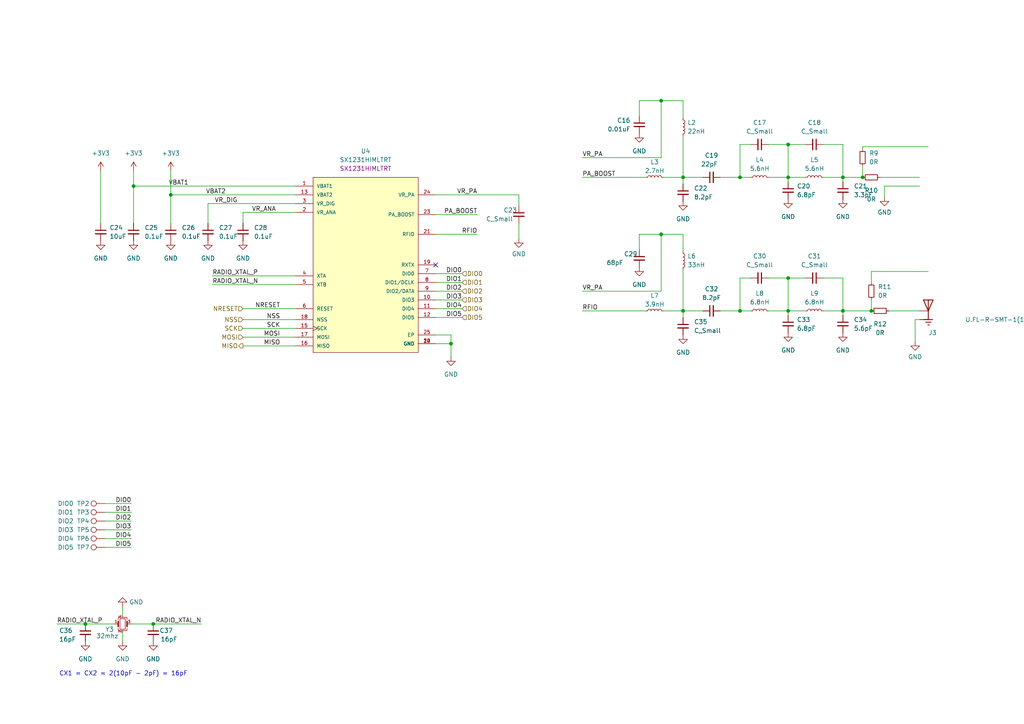
<source format=kicad_sch>
(kicad_sch (version 20211123) (generator eeschema)
  (paper "A4")
  (title_block (title "CAN RGB Controller") (date "2022-05-30") (rev "B") (company "cone.codes") (comment 1 "https://github.com/miata-bot/can-link"))
  (lib_symbols
    (symbol "ConeCodes:SX1231HIMLTRT" (pin_names (offset 1.016))
      (property "Reference" "U?" (at 0 33.02 0))
      (property "Value" "SX1231HIMLTRT" (at 0 30.48 0))
      (property "MPN" "SX1231HIMLTRT" (at 0 27.94 0))
      (symbol "SX1231HIMLTRT_0_0"
        (rectangle (start -15.24 -25.4) (end 15.24 25.4) (stroke (width 0.1524)) (fill (type background)))
        (pin power_in line (at -20.32 22.86 0) (length 5.08) (name "VBAT1") (number "1"))
        (pin bidirectional line (at 20.32 -10.16 180) (length 5.08) (name "DIO3") (number "10"))
        (pin bidirectional line (at 20.32 -12.7 180) (length 5.08) (name "DIO4") (number "11"))
        (pin bidirectional line (at 20.32 -15.24 180) (length 5.08) (name "DIO5") (number "12"))
        (pin power_in line (at -20.32 20.32 0) (length 5.08) (name "VBAT2") (number "13"))
        (pin power_in line (at 20.32 -22.86 180) (length 5.08) (name "GND") (number "14"))
        (pin input clock (at -20.32 -18.415 0) (length 5.08) (name "SCK") (number "15"))
        (pin output line (at -20.32 -23.495 0) (length 5.08) (name "MISO") (number "16"))
        (pin input line (at -20.32 -20.955 0) (length 5.08) (name "MOSI") (number "17"))
        (pin input line (at -20.32 -15.875 0) (length 5.08) (name "NSS") (number "18"))
        (pin output line (at 20.32 0 180) (length 5.08) (name "RXTX") (number "19"))
        (pin power_in line (at -20.32 15.24 0) (length 5.08) (name "VR_ANA") (number "2"))
        (pin power_in line (at 20.32 -22.86 180) (length 5.08) (name "GND") (number "20"))
        (pin bidirectional line (at 20.32 8.89 180) (length 5.08) (name "RFIO") (number "21"))
        (pin power_in line (at 20.32 -22.86 180) (length 5.08) (name "GND") (number "22"))
        (pin output line (at 20.32 14.605 180) (length 5.08) (name "PA_BOOST") (number "23"))
        (pin power_in line (at 20.32 20.32 180) (length 5.08) (name "VR_PA") (number "24"))
        (pin power_in line (at 20.32 -20.32 180) (length 5.08) (name "EP") (number "25"))
        (pin power_in line (at -20.32 17.78 0) (length 5.08) (name "VR_DIG") (number "3"))
        (pin bidirectional line (at -20.32 -3.175 0) (length 5.08) (name "XTA") (number "4"))
        (pin bidirectional line (at -20.32 -5.715 0) (length 5.08) (name "XTB") (number "5"))
        (pin bidirectional line (at -20.32 -12.7 0) (length 5.08) (name "RESET") (number "6"))
        (pin bidirectional line (at 20.32 -2.54 180) (length 5.08) (name "DIO0") (number "7"))
        (pin bidirectional line (at 20.32 -5.08 180) (length 5.08) (name "DIO1/DCLK") (number "8"))
        (pin bidirectional line (at 20.32 -7.62 180) (length 5.08) (name "DIO2/DATA") (number "9"))
      )
    )
    (symbol "Connector:TestPoint" (pin_numbers hide) (pin_names (offset 0.762) hide)
      (property "Reference" "TP" (at 0 6.858 0))
      (property "Value" "TestPoint" (at 0 5.08 0))
      (symbol "TestPoint_0_1"
        (circle (center 0 3.302) (radius 0.762))
      )
      (symbol "TestPoint_1_1"
        (pin passive line (at 0 0 90) (length 2.54) (name "1") (number "1"))
      )
    )
    (symbol "Device:C_Small" (pin_numbers hide) (pin_names (offset 0.254) hide)
      (property "Reference" "C" (at 0.254 1.778 0))
      (property "Value" "C_Small" (at 0.254 -2.032 0))
      (symbol "C_Small_0_1"
        (polyline (pts (xy -1.524 -0.508) (xy 1.524 -0.508)) (stroke (width 0.3302)))
        (polyline (pts (xy -1.524 0.508) (xy 1.524 0.508)) (stroke (width 0.3048)))
      )
      (symbol "C_Small_1_1"
        (pin passive line (at 0 2.54 270) (length 2.032) (name "~") (number "1"))
        (pin passive line (at 0 -2.54 90) (length 2.032) (name "~") (number "2"))
      )
    )
    (symbol "Device:Crystal_GND24_Small" (pin_names (offset 1.016) hide)
      (property "Reference" "Y" (at 1.27 4.445 0))
      (property "Value" "Crystal_GND24_Small" (at 1.27 2.54 0))
      (symbol "Crystal_GND24_Small_0_1"
        (rectangle (start -0.762 -1.524) (end 0.762 1.524))
        (polyline (pts (xy -1.27 -0.762) (xy -1.27 0.762)) (stroke (width 0.381)))
        (polyline (pts (xy 1.27 -0.762) (xy 1.27 0.762)) (stroke (width 0.381)))
        (polyline (pts (xy -1.27 -1.27) (xy -1.27 -1.905) (xy 1.27 -1.905) (xy 1.27 -1.27)))
        (polyline (pts (xy -1.27 1.27) (xy -1.27 1.905) (xy 1.27 1.905) (xy 1.27 1.27)))
      )
      (symbol "Crystal_GND24_Small_1_1"
        (pin passive line (at -2.54 0 0) (length 1.27) (name "1") (number "1"))
        (pin passive line (at 0 -2.54 90) (length 0.635) (name "2") (number "2"))
        (pin passive line (at 2.54 0 180) (length 1.27) (name "3") (number "3"))
        (pin passive line (at 0 2.54 270) (length 0.635) (name "4") (number "4"))
      )
    )
    (symbol "Device:L_Small" (pin_numbers hide) (pin_names (offset 0.254) hide)
      (property "Reference" "L" (at 0.762 1.016 0))
      (property "Value" "L_Small" (at 0.762 -1.016 0))
      (symbol "L_Small_0_1"
        (arc (start 0 -2.032) (mid 0.508 -1.524) (end 0 -1.016))
        (arc (start 0 -1.016) (mid 0.508 -0.508) (end 0 0))
        (arc (start 0 0) (mid 0.508 0.508) (end 0 1.016))
        (arc (start 0 1.016) (mid 0.508 1.524) (end 0 2.032))
      )
      (symbol "L_Small_1_1"
        (pin passive line (at 0 2.54 270) (length 0.508) (name "~") (number "1"))
        (pin passive line (at 0 -2.54 90) (length 0.508) (name "~") (number "2"))
      )
    )
    (symbol "Device:R_Small" (pin_numbers hide) (pin_names (offset 0.254) hide)
      (property "Reference" "R" (at 0.762 0.508 0))
      (property "Value" "R_Small" (at 0.762 -1.016 0))
      (symbol "R_Small_0_1"
        (rectangle (start -0.762 1.778) (end 0.762 -1.778) (stroke (width 0.2032)))
      )
      (symbol "R_Small_1_1"
        (pin passive line (at 0 2.54 270) (length 0.762) (name "~") (number "1"))
        (pin passive line (at 0 -2.54 90) (length 0.762) (name "~") (number "2"))
      )
    )
    (symbol "U.FL-R-SMT-1_10_:U.FL-R-SMT-1(10)" (pin_numbers hide) (pin_names (offset 1.016) hide)
      (property "Reference" "J" (at -2.54 5.08 0))
      (property "Value" "U.FL-R-SMT-1(10)" (at -2.667 -7.6454 0))
      (symbol "U.FL-R-SMT-1(10)_0_0"
        (polyline (pts (xy -1.397 3.175) (xy 0 3.175)) (stroke (width 0.254)))
        (polyline (pts (xy -0.762 -3.302) (xy 0.762 -3.302)) (stroke (width 0.254)))
        (polyline (pts (xy -0.127 -4.064) (xy 0.254 -4.064)) (stroke (width 0.254)))
        (polyline (pts (xy 0 -2.54) (xy -1.27 -2.54)) (stroke (width 0.254)))
        (polyline (pts (xy 0 -2.54) (xy 1.27 -2.54)) (stroke (width 0.254)))
        (polyline (pts (xy 0 0) (xy -1.397 3.175)) (stroke (width 0.254)))
        (polyline (pts (xy 0 0) (xy 0 -2.54)) (stroke (width 0.254)))
        (polyline (pts (xy 0 3.175) (xy 0 0)) (stroke (width 0.254)))
        (polyline (pts (xy 0 3.175) (xy 1.397 3.175)) (stroke (width 0.254)))
        (polyline (pts (xy 1.397 3.175) (xy 0 0)) (stroke (width 0.254)))
        (pin passive line (at -2.54 -2.54 0) (length 2.54) (name "~") (number "1"))
        (pin passive line (at -2.54 0 0) (length 2.54) (name "~") (number "2"))
        (pin passive line (at -2.54 -2.54 0) (length 2.54) (name "~") (number "3"))
      )
    )
    (symbol "power:+3V3" (power) (pin_names (offset 0))
      (property "Value" "+3V3" (at 0 3.556 0))
      (symbol "+3V3_0_1"
        (polyline (pts (xy -0.762 1.27) (xy 0 2.54)))
        (polyline (pts (xy 0 0) (xy 0 2.54)))
        (polyline (pts (xy 0 2.54) (xy 0.762 1.27)))
      )
      (symbol "+3V3_1_1"
        (pin power_in line (at 0 0 90) (length 0) hide (name "+3V3") (number "1"))
      )
    )
    (symbol "power:GND" (power) (pin_names (offset 0))
      (property "Value" "GND" (at 0 -3.81 0))
      (symbol "GND_0_1"
        (polyline (pts (xy 0 0) (xy 0 -1.27) (xy 1.27 -1.27) (xy 0 -2.54) (xy -1.27 -1.27) (xy 0 -1.27)))
      )
      (symbol "GND_1_1"
        (pin power_in line (at 0 0 270) (length 0) hide (name "GND") (number "1"))
      )
    )
  )
  (junction (at 244.475 90.17))
  (junction (at 244.475 51.435))
  (junction (at 49.53 56.515))
  (junction (at 191.77 29.21))
  (junction (at 198.12 90.17))
  (junction (at 44.45 180.975))
  (junction (at 252.73 90.17))
  (junction (at 191.77 67.945))
  (junction (at 38.735 53.975))
  (junction (at 250.19 51.435))
  (junction (at 228.6 90.17))
  (junction (at 24.765 180.975))
  (junction (at 228.6 51.435))
  (junction (at 228.6 41.91))
  (junction (at 130.81 99.695))
  (junction (at 214.63 51.435))
  (junction (at 214.63 90.17))
  (junction (at 198.12 51.435))
  (junction (at 228.6 80.645))
  (no_connect (at 126.365 76.835))
  (wire (pts (xy 185.42 67.945) (xy 185.42 72.39)))
  (wire (pts (xy 252.73 81.915) (xy 252.73 78.74)))
  (wire (pts (xy 214.63 90.17) (xy 217.805 90.17)))
  (wire (pts (xy 30.48 146.05) (xy 38.1 146.05)))
  (wire (pts (xy 250.19 48.26) (xy 250.19 51.435)))
  (wire (pts (xy 61.595 82.55) (xy 85.725 82.55)))
  (wire (pts (xy 191.77 67.945) (xy 191.77 84.455)))
  (wire (pts (xy 35.56 183.515) (xy 35.56 186.055)))
  (wire (pts (xy 255.27 51.435) (xy 266.7 51.435)))
  (wire (pts (xy 130.81 99.695) (xy 130.81 97.155)))
  (wire (pts (xy 150.495 59.69) (xy 150.495 56.515)))
  (wire (pts (xy 49.53 49.53) (xy 49.53 56.515)))
  (wire (pts (xy 244.475 51.435) (xy 250.19 51.435)))
  (wire (pts (xy 126.365 67.945) (xy 138.43 67.945)))
  (wire (pts (xy 126.365 81.915) (xy 133.985 81.915)))
  (wire (pts (xy 244.475 80.645) (xy 244.475 90.17)))
  (wire (pts (xy 70.485 97.79) (xy 85.725 97.79)))
  (wire (pts (xy 238.76 51.435) (xy 244.475 51.435)))
  (wire (pts (xy 44.45 180.975) (xy 58.42 180.975)))
  (wire (pts (xy 244.475 90.17) (xy 252.73 90.17)))
  (wire (pts (xy 168.91 45.72) (xy 191.77 45.72)))
  (wire (pts (xy 222.885 41.91) (xy 228.6 41.91)))
  (wire (pts (xy 70.485 89.535) (xy 85.725 89.535)))
  (wire (pts (xy 265.43 92.71) (xy 266.7 92.71)))
  (wire (pts (xy 168.91 90.17) (xy 187.325 90.17)))
  (wire (pts (xy 214.63 41.91) (xy 214.63 51.435)))
  (wire (pts (xy 85.725 61.595) (xy 70.485 61.595)))
  (wire (pts (xy 256.54 53.975) (xy 256.54 57.15)))
  (wire (pts (xy 24.765 180.975) (xy 33.02 180.975)))
  (wire (pts (xy 238.76 41.91) (xy 244.475 41.91)))
  (wire (pts (xy 192.405 51.435) (xy 198.12 51.435)))
  (wire (pts (xy 208.915 90.17) (xy 214.63 90.17)))
  (wire (pts (xy 265.43 92.71) (xy 265.43 99.06)))
  (wire (pts (xy 250.19 42.545) (xy 250.19 43.18)))
  (wire (pts (xy 185.42 29.21) (xy 185.42 33.655)))
  (wire (pts (xy 228.6 41.91) (xy 228.6 51.435)))
  (wire (pts (xy 222.885 80.645) (xy 228.6 80.645)))
  (wire (pts (xy 198.12 90.17) (xy 198.12 92.075)))
  (wire (pts (xy 198.12 34.29) (xy 198.12 29.21)))
  (wire (pts (xy 238.76 90.17) (xy 244.475 90.17)))
  (wire (pts (xy 256.54 53.975) (xy 266.7 53.975)))
  (wire (pts (xy 228.6 51.435) (xy 233.68 51.435)))
  (wire (pts (xy 252.73 86.995) (xy 252.73 90.17)))
  (wire (pts (xy 228.6 41.91) (xy 233.68 41.91)))
  (wire (pts (xy 70.485 61.595) (xy 70.485 64.77)))
  (wire (pts (xy 269.24 42.545) (xy 250.19 42.545)))
  (wire (pts (xy 49.53 56.515) (xy 49.53 64.77)))
  (wire (pts (xy 228.6 90.17) (xy 233.68 90.17)))
  (wire (pts (xy 168.91 51.435) (xy 187.325 51.435)))
  (wire (pts (xy 222.885 90.17) (xy 228.6 90.17)))
  (wire (pts (xy 257.81 90.17) (xy 266.7 90.17)))
  (wire (pts (xy 85.725 59.055) (xy 60.325 59.055)))
  (wire (pts (xy 198.12 90.17) (xy 203.835 90.17)))
  (wire (pts (xy 35.56 175.895) (xy 35.56 178.435)))
  (wire (pts (xy 70.485 92.71) (xy 85.725 92.71)))
  (wire (pts (xy 217.805 80.645) (xy 214.63 80.645)))
  (wire (pts (xy 30.48 158.75) (xy 38.1 158.75)))
  (wire (pts (xy 198.12 51.435) (xy 198.12 53.34)))
  (wire (pts (xy 126.365 79.375) (xy 133.985 79.375)))
  (wire (pts (xy 198.12 51.435) (xy 203.835 51.435)))
  (wire (pts (xy 126.365 89.535) (xy 133.985 89.535)))
  (wire (pts (xy 126.365 99.695) (xy 130.81 99.695)))
  (wire (pts (xy 70.485 95.25) (xy 85.725 95.25)))
  (wire (pts (xy 198.12 39.37) (xy 198.12 51.435)))
  (wire (pts (xy 60.325 59.055) (xy 60.325 64.77)))
  (wire (pts (xy 30.48 153.67) (xy 38.1 153.67)))
  (wire (pts (xy 191.77 67.945) (xy 185.42 67.945)))
  (wire (pts (xy 244.475 90.17) (xy 244.475 91.44)))
  (wire (pts (xy 208.915 51.435) (xy 214.63 51.435)))
  (wire (pts (xy 222.885 51.435) (xy 228.6 51.435)))
  (wire (pts (xy 16.51 180.975) (xy 24.765 180.975)))
  (wire (pts (xy 252.73 78.74) (xy 269.24 78.74)))
  (wire (pts (xy 198.12 78.105) (xy 198.12 90.17)))
  (wire (pts (xy 192.405 90.17) (xy 198.12 90.17)))
  (wire (pts (xy 70.485 100.33) (xy 85.725 100.33)))
  (wire (pts (xy 214.63 51.435) (xy 217.805 51.435)))
  (wire (pts (xy 38.735 53.975) (xy 38.735 64.77)))
  (wire (pts (xy 130.81 97.155) (xy 126.365 97.155)))
  (wire (pts (xy 49.53 56.515) (xy 85.725 56.515)))
  (wire (pts (xy 38.735 49.53) (xy 38.735 53.975)))
  (wire (pts (xy 30.48 151.13) (xy 38.1 151.13)))
  (wire (pts (xy 198.12 29.21) (xy 191.77 29.21)))
  (wire (pts (xy 38.1 180.975) (xy 44.45 180.975)))
  (wire (pts (xy 150.495 64.77) (xy 150.495 69.215)))
  (wire (pts (xy 228.6 90.17) (xy 228.6 91.44)))
  (wire (pts (xy 126.365 56.515) (xy 150.495 56.515)))
  (wire (pts (xy 29.21 49.53) (xy 29.21 64.77)))
  (wire (pts (xy 168.91 84.455) (xy 191.77 84.455)))
  (wire (pts (xy 38.735 53.975) (xy 85.725 53.975)))
  (wire (pts (xy 126.365 86.995) (xy 133.985 86.995)))
  (wire (pts (xy 244.475 51.435) (xy 244.475 52.705)))
  (wire (pts (xy 191.77 29.21) (xy 191.77 45.72)))
  (wire (pts (xy 244.475 41.91) (xy 244.475 51.435)))
  (wire (pts (xy 30.48 156.21) (xy 38.1 156.21)))
  (wire (pts (xy 130.81 103.505) (xy 130.81 99.695)))
  (wire (pts (xy 217.805 41.91) (xy 214.63 41.91)))
  (wire (pts (xy 198.12 73.025) (xy 198.12 67.945)))
  (wire (pts (xy 198.12 67.945) (xy 191.77 67.945)))
  (wire (pts (xy 228.6 51.435) (xy 228.6 52.705)))
  (wire (pts (xy 228.6 80.645) (xy 228.6 90.17)))
  (wire (pts (xy 30.48 148.59) (xy 38.1 148.59)))
  (wire (pts (xy 228.6 80.645) (xy 233.68 80.645)))
  (wire (pts (xy 214.63 80.645) (xy 214.63 90.17)))
  (wire (pts (xy 191.77 29.21) (xy 185.42 29.21)))
  (wire (pts (xy 61.595 80.01) (xy 85.725 80.01)))
  (wire (pts (xy 126.365 92.075) (xy 133.985 92.075)))
  (wire (pts (xy 238.76 80.645) (xy 244.475 80.645)))
  (wire (pts (xy 126.365 84.455) (xy 133.985 84.455)))
  (wire (pts (xy 126.365 62.23) (xy 138.43 62.23)))
  (text "CX1 = CX2 = 2(10pF - 2pF) = 16pF" (at 17.145 196.215 0) (effects (font (size 1.27 1.27)) (justify left bottom)))
  (label "DIO2" (at 38.1 151.13 180))
  (label "DIO3" (at 133.985 86.995 180))
  (label "DIO5" (at 133.985 92.075 180))
  (label "RADIO_XTAL_P" (at 16.51 180.975 0))
  (label "DIO2" (at 133.985 84.455 180))
  (label "DIO1" (at 133.985 81.915 180))
  (label "DIO1" (at 38.1 148.59 180))
  (label "NSS" (at 81.28 92.71 180))
  (label "DIO4" (at 133.985 89.535 180))
  (label "DIO0" (at 133.985 79.375 180))
  (label "PA_BOOST" (at 168.91 51.435 0))
  (label "PA_BOOST" (at 138.43 62.23 180))
  (label "DIO4" (at 38.1 156.21 180))
  (label "DIO5" (at 38.1 158.75 180))
  (label "RFIO" (at 138.43 67.945 180))
  (label "MISO" (at 81.28 100.33 180))
  (label "VR_PA" (at 138.43 56.515 180))
  (label "SCK" (at 81.28 95.25 180))
  (label "RADIO_XTAL_N" (at 61.595 82.55 0))
  (label "RADIO_XTAL_P" (at 61.595 80.01 0))
  (label "DIO0" (at 38.1 146.05 180))
  (label "MOSI" (at 81.28 97.79 180))
  (label "VR_PA" (at 168.91 45.72 0))
  (label "NRESET" (at 81.28 89.535 180))
  (label "VR_ANA" (at 73.025 61.595 0))
  (label "RADIO_XTAL_N" (at 58.42 180.975 180))
  (label "VR_PA" (at 168.91 84.455 0))
  (label "VR_DIG" (at 62.23 59.055 0))
  (label "RFIO" (at 168.91 90.17 0))
  (label "DIO3" (at 38.1 153.67 180))
  (label "VBAT1" (at 48.895 53.975 0))
  (label "VBAT2" (at 59.69 56.515 0))
  (hierarchical_label "SCK" (shape input) (at 70.485 95.25 180))
  (hierarchical_label "DIO4" (shape input) (at 133.985 89.535 0))
  (hierarchical_label "MOSI" (shape input) (at 70.485 97.79 180))
  (hierarchical_label "DIO1" (shape input) (at 133.985 81.915 0))
  (hierarchical_label "DIO0" (shape input) (at 133.985 79.375 0))
  (hierarchical_label "MISO" (shape output) (at 70.485 100.33 180))
  (hierarchical_label "NSS" (shape input) (at 70.485 92.71 180))
  (hierarchical_label "DIO5" (shape input) (at 133.985 92.075 0))
  (hierarchical_label "NRESET" (shape input) (at 70.485 89.535 180))
  (hierarchical_label "DIO2" (shape input) (at 133.985 84.455 0))
  (hierarchical_label "DIO3" (shape input) (at 133.985 86.995 0))
  (symbol (lib_id "Device:L_Small") (at 198.12 36.83 0) (unit 1)
    (property "Reference" "L2" (at 199.39 35.5599 0) (effects (justify left)))
    (property "Value" "22nH" (at 199.39 38.0999 0) (effects (justify left)))
    (property "Footprint" "Inductor_SMD:L_0402_1005Metric" (effects hide))
    (property "Description" "Wirewound Inductor ±5%" (effects hide))
    (property "MPN" "LQW15AN22NG00D" (effects hide))
  )
  (symbol (lib_id "Device:C_Small") (at 244.475 93.98 0) (unit 1)
    (property "Reference" "C34" (at 247.65 92.7162 0) (effects (justify left)))
    (property "Value" "5.6pF" (at 247.65 95.2562 0) (effects (justify left)))
    (property "Footprint" "Capacitor_SMD:C_0402_1005Metric" (effects hide))
    (property "Description" "CAP CER 5.6PF 50V C0G/NP0 0402" (effects hide))
    (property "MPN" "CL05C5R6DB5NNNC" (effects hide))
  )
  (symbol (lib_id "Device:C_Small") (at 220.345 41.91 270) (unit 1)
    (property "Reference" "C17" (at 220.3386 35.56 90))
    (property "Value" "C_Small" (at 220.3386 38.1 90))
    (property "Footprint" "Capacitor_SMD:C_0402_1005Metric" (effects hide))
  )
  (symbol (lib_id "power:+3V3") (at 49.53 49.53 0) (unit 1)
    (property "Reference" "#PWR024" (effects hide))
    (property "Value" "+3V3" (at 49.53 44.45 0))
  )
  (symbol (lib_id "power:GND") (at 24.765 186.055 0) (unit 1)
    (property "Reference" "#PWR042" (effects hide))
    (property "Value" "GND" (at 24.765 191.135 0))
  )
  (symbol (lib_id "Device:C_Small") (at 44.45 183.515 0) (mirror y) (unit 1)
    (property "Reference" "C37" (at 50.165 182.8862 0) (effects (justify left)))
    (property "Value" "16pF" (at 51.435 185.4262 0) (effects (justify left)))
    (property "Footprint" "Capacitor_SMD:C_0402_1005Metric" (effects hide))
    (property "Description" "CAP CER 16PF 50V NP0 0402" (effects hide))
    (property "MPN" "GCM1555C1H160JA16D" (effects hide))
  )
  (symbol (lib_id "Device:C_Small") (at 228.6 55.245 0) (unit 1)
    (property "Reference" "C20" (at 231.14 53.9812 0) (effects (justify left)))
    (property "Value" "6.8pF" (at 231.14 56.5212 0) (effects (justify left)))
    (property "Footprint" "Capacitor_SMD:C_0402_1005Metric" (effects hide))
    (property "Description" "CAP CER 6.8PF 50V C0G/NP0 0402" (effects hide))
    (property "MPN" "C0402C689D5GAC7867" (effects hide))
  )
  (symbol (lib_id "power:GND") (at 256.54 57.15 0) (unit 1)
    (property "Reference" "#PWR025" (effects hide))
    (property "Value" "GND" (at 256.54 61.595 0))
  )
  (symbol (lib_id "Device:C_Small") (at 70.485 67.31 0) (unit 1)
    (property "Reference" "C28" (at 73.66 66.0462 0) (effects (justify left)))
    (property "Value" "0.1uF" (at 73.66 68.5862 0) (effects (justify left)))
    (property "Footprint" "Capacitor_SMD:C_0402_1005Metric" (effects hide))
    (property "Description" "CAP CER 0.1UF 25V X7R" (effects hide))
    (property "MPN" "0402B104K250HI" (effects hide))
  )
  (symbol (lib_id "power:GND") (at 228.6 57.785 0) (unit 1)
    (property "Reference" "#PWR026" (effects hide))
    (property "Value" "GND" (at 228.6 62.865 0))
  )
  (symbol (lib_id "Device:L_Small") (at 236.22 51.435 90) (unit 1)
    (property "Reference" "L5" (at 236.22 46.355 90))
    (property "Value" "5.6nH" (at 236.22 48.895 90))
    (property "Footprint" "Inductor_SMD:L_0402_1005Metric" (effects hide))
    (property "Description" "Wirewound Inductor ±0.2nH" (effects hide))
    (property "MPN" "LQW15AN5N6C10D" (effects hide))
  )
  (symbol (lib_id "power:GND") (at 185.42 77.47 0) (unit 1)
    (property "Reference" "#PWR035" (effects hide))
    (property "Value" "GND" (at 185.42 82.55 0))
  )
  (symbol (lib_id "Device:C_Small") (at 60.325 67.31 0) (unit 1)
    (property "Reference" "C27" (at 63.5 66.0462 0) (effects (justify left)))
    (property "Value" "0.1uF" (at 63.5 68.5862 0) (effects (justify left)))
    (property "Footprint" "Capacitor_SMD:C_0402_1005Metric" (effects hide))
    (property "Description" "CAP CER 0.1UF 25V X7R" (effects hide))
    (property "MPN" "0402B104K250HI" (effects hide))
  )
  (symbol (lib_id "power:GND") (at 228.6 96.52 0) (unit 1)
    (property "Reference" "#PWR036" (effects hide))
    (property "Value" "GND" (at 228.6 101.6 0))
  )
  (symbol (lib_id "power:GND") (at 44.45 186.055 0) (unit 1)
    (property "Reference" "#PWR044" (effects hide))
    (property "Value" "GND" (at 44.45 191.135 0))
  )
  (symbol (lib_id "Device:C_Small") (at 236.22 41.91 270) (unit 1)
    (property "Reference" "C18" (at 236.2136 35.56 90))
    (property "Value" "C_Small" (at 236.2136 38.1 90))
    (property "Footprint" "Capacitor_SMD:C_0402_1005Metric" (effects hide))
  )
  (symbol (lib_id "U.FL-R-SMT-1_10_:U.FL-R-SMT-1(10)") (at 269.24 90.17 0) (unit 1) (in_bom no)
    (property "Reference" "J3" (at 270.51 96.52 0))
    (property "Value" "U.FL-R-SMT-1(10)" (at 289.56 92.71 0))
    (property "Footprint" "ConeCodes:HRS_U.FL-R-SMT-1(10)" (effects hide))
    (property "MPN" "U.FL-R-SMT-1(10)" (effects hide))
    (property "Description" "RF Connectors / Coaxial Connectors SMT ML REC AU 50 OHM W/ANTI SLDR WCKNG R" (effects hide))
  )
  (symbol (lib_id "Device:C_Small") (at 206.375 51.435 90) (unit 1)
    (property "Reference" "C19" (at 206.3813 45.085 90))
    (property "Value" "22pF" (at 205.7463 47.625 90))
    (property "Footprint" "Capacitor_SMD:C_0402_1005Metric" (effects hide))
    (property "Description" "CAP CER 22PF 50V C0G/NP0 0402" (effects hide))
    (property "MPN" "GRM1555C1H220JA01D" (effects hide))
  )
  (symbol (lib_id "power:GND") (at 29.21 69.85 0) (unit 1)
    (property "Reference" "#PWR030" (effects hide))
    (property "Value" "GND" (at 29.21 74.93 0))
  )
  (symbol (lib_id "power:GND") (at 49.53 69.85 0) (unit 1)
    (property "Reference" "#PWR032" (effects hide))
    (property "Value" "GND" (at 49.53 74.93 0))
  )
  (symbol (lib_id "power:GND") (at 38.735 69.85 0) (unit 1)
    (property "Reference" "#PWR031" (effects hide))
    (property "Value" "GND" (at 38.735 74.93 0))
  )
  (symbol (lib_id "power:+3V3") (at 38.735 49.53 0) (unit 1)
    (property "Reference" "#PWR023" (effects hide))
    (property "Value" "+3V3" (at 38.735 44.45 0))
  )
  (symbol (lib_id "Device:L_Small") (at 189.865 90.17 90) (unit 1)
    (property "Reference" "L7" (at 189.865 85.725 90))
    (property "Value" "3.9nH" (at 189.865 88.265 90))
    (property "Footprint" "Inductor_SMD:L_0402_1005Metric" (effects hide))
    (property "Description" "Wirewound Inductor ±0.2nH" (effects hide))
    (property "MPN" "LQW15AN3N9C00D" (effects hide))
  )
  (symbol (lib_id "power:GND") (at 35.56 175.895 180) (unit 1)
    (property "Reference" "#PWR041" (effects hide))
    (property "Value" "GND" (at 37.465 174.6249 0) (effects (justify right)))
  )
  (symbol (lib_id "Device:C_Small") (at 185.42 74.93 0) (unit 1)
    (property "Reference" "C29" (at 180.975 73.6662 0) (effects (justify left)))
    (property "Value" "68pF" (at 175.895 76.2062 0) (effects (justify left)))
    (property "Footprint" "Capacitor_SMD:C_0402_1005Metric" (effects hide))
    (property "Description" "68 pF ±5% 50V Ceramic Capacitor C0G, NP0 0402 (1005 Metric)" (effects hide))
    (property "MPN" "GRM1555C1H680JA01D" (effects hide))
  )
  (symbol (lib_id "Device:L_Small") (at 189.865 51.435 90) (unit 1)
    (property "Reference" "L3" (at 189.865 46.99 90))
    (property "Value" "2.7nH" (at 189.865 49.53 90))
    (property "Footprint" "Inductor_SMD:L_0402_1005Metric" (effects hide))
    (property "Description" "Wirewound Inductor ±0.5nH" (effects hide))
    (property "MPN" "LQW15AN2N7D00D" (effects hide))
  )
  (symbol (lib_id "Device:L_Small") (at 220.345 51.435 90) (unit 1)
    (property "Reference" "L4" (at 220.345 46.355 90))
    (property "Value" "5.6nH" (at 220.345 48.895 90))
    (property "Footprint" "Inductor_SMD:L_0402_1005Metric" (effects hide))
    (property "Description" "Wirewound Inductor ±0.2nH" (effects hide))
    (property "MPN" "LQW15AN5N6C10D" (effects hide))
  )
  (symbol (lib_id "Connector:TestPoint") (at 30.48 151.13 90) (unit 1)
    (property "Reference" "TP4" (at 24.13 151.13 90))
    (property "Value" "DIO2" (at 19.05 151.13 90))
    (property "Footprint" "TestPoint:TestPoint_Pad_D1.0mm" (effects hide))
  )
  (symbol (lib_id "Device:C_Small") (at 198.12 55.88 0) (unit 1)
    (property "Reference" "C22" (at 201.295 54.6162 0) (effects (justify left)))
    (property "Value" "8.2pF" (at 201.295 57.1562 0) (effects (justify left)))
    (property "Footprint" "Capacitor_SMD:C_0402_1005Metric" (effects hide))
    (property "Description" "CAP CER 8.2PF 50V C0G/NP0 0402" (effects hide))
    (property "MPN" "04025A8R2DAT2A" (effects hide))
  )
  (symbol (lib_id "Device:C_Small") (at 228.6 93.98 0) (unit 1)
    (property "Reference" "C33" (at 231.14 92.7162 0) (effects (justify left)))
    (property "Value" "6.8pF" (at 231.14 95.2562 0) (effects (justify left)))
    (property "Footprint" "Capacitor_SMD:C_0402_1005Metric" (effects hide))
    (property "Description" "CAP CER 6.8PF 50V C0G/NP0 0402" (effects hide))
    (property "MPN" "C0402C689D5GAC7867" (effects hide))
  )
  (symbol (lib_id "Device:L_Small") (at 236.22 90.17 90) (unit 1)
    (property "Reference" "L9" (at 236.22 85.09 90))
    (property "Value" "6.8nH" (at 236.22 87.63 90))
    (property "Footprint" "Inductor_SMD:L_0402_1005Metric" (effects hide))
    (property "Description" "Wirewound Inductor ±5%" (effects hide))
    (property "MPN" "LQW15AN6N8J00D" (effects hide))
  )
  (symbol (lib_id "power:+3V3") (at 29.21 49.53 0) (unit 1)
    (property "Reference" "#PWR022" (effects hide))
    (property "Value" "+3V3" (at 29.21 44.45 0))
  )
  (symbol (lib_id "Device:Crystal_GND24_Small") (at 35.56 180.975 0) (unit 1)
    (property "Reference" "Y3" (at 31.75 182.5498 0))
    (property "Value" "32mhz" (at 31.115 184.4548 0))
    (property "Footprint" "Crystal:Crystal_SMD_2520-4Pin_2.5x2.0mm" (effects hide))
    (property "Datasheet" "https://media.digikey.com/pdf/Data%20Sheets/NDK%20PDFs/NX2520SA_16-48MHZ.pdf" (effects hide))
    (property "MPN" "NX2520SA-32.000000MHZ" (effects hide))
    (property "Description" "CRYSTAL 32.0000MHZ 10PF SMD" (effects hide))
  )
  (symbol (lib_id "Device:C_Small") (at 49.53 67.31 0) (unit 1)
    (property "Reference" "C26" (at 52.705 66.0462 0) (effects (justify left)))
    (property "Value" "0.1uF" (at 52.705 68.5862 0) (effects (justify left)))
    (property "Footprint" "Capacitor_SMD:C_0402_1005Metric" (effects hide))
    (property "Description" "CAP CER 0.1UF 25V X7R" (effects hide))
    (property "MPN" "0402B104K250HI" (effects hide))
  )
  (symbol (lib_id "power:GND") (at 130.81 103.505 0) (unit 1)
    (property "Reference" "#PWR040" (effects hide))
    (property "Value" "GND" (at 130.81 108.585 0))
  )
  (symbol (lib_id "Device:C_Small") (at 198.12 94.615 0) (unit 1)
    (property "Reference" "C35" (at 201.295 93.3512 0) (effects (justify left)))
    (property "Value" "C_Small" (at 201.295 95.8912 0) (effects (justify left)))
    (property "Footprint" "Capacitor_SMD:C_0402_1005Metric" (effects hide))
  )
  (symbol (lib_id "Connector:TestPoint") (at 30.48 156.21 90) (unit 1)
    (property "Reference" "TP6" (at 24.13 156.21 90))
    (property "Value" "DIO4" (at 19.05 156.21 90))
    (property "Footprint" "TestPoint:TestPoint_Pad_D1.0mm" (effects hide))
  )
  (symbol (lib_id "Device:C_Small") (at 220.345 80.645 270) (unit 1)
    (property "Reference" "C30" (at 220.3386 74.295 90))
    (property "Value" "C_Small" (at 220.3386 76.835 90))
    (property "Footprint" "Capacitor_SMD:C_0402_1005Metric" (effects hide))
  )
  (symbol (lib_id "Connector:TestPoint") (at 30.48 158.75 90) (unit 1)
    (property "Reference" "TP7" (at 24.13 158.75 90))
    (property "Value" "DIO5" (at 19.05 158.75 90))
    (property "Footprint" "TestPoint:TestPoint_Pad_D1.0mm" (effects hide))
  )
  (symbol (lib_id "Device:R_Small") (at 252.73 84.455 0) (unit 1)
    (property "Reference" "R11" (at 254.635 83.1849 0) (effects (justify left)))
    (property "Value" "0R" (at 254.635 85.7249 0) (effects (justify left)))
    (property "Footprint" "Resistor_SMD:R_0402_1005Metric" (effects hide))
    (property "Description" "RES SMD 0 OHM JUMPER 1/16W 0402" (effects hide))
    (property "MPN" "RC0402JR-070RP" (effects hide))
  )
  (symbol (lib_id "power:GND") (at 185.42 38.735 0) (unit 1)
    (property "Reference" "#PWR021" (effects hide))
    (property "Value" "GND" (at 185.42 43.815 0))
  )
  (symbol (lib_id "Device:C_Small") (at 244.475 55.245 0) (unit 1)
    (property "Reference" "C21" (at 247.65 53.9812 0) (effects (justify left)))
    (property "Value" "3.3pF" (at 247.65 56.5212 0) (effects (justify left)))
    (property "Footprint" "Capacitor_SMD:C_0402_1005Metric" (effects hide))
    (property "Description" "CAP CER 3.3PF 50V C0G/NPO 0402" (effects hide))
    (property "MPN" "CC0402CRNPO9BN3R3" (effects hide))
  )
  (symbol (lib_id "Device:L_Small") (at 198.12 75.565 0) (unit 1)
    (property "Reference" "L6" (at 199.39 74.2949 0) (effects (justify left)))
    (property "Value" "33nH" (at 199.39 76.8349 0) (effects (justify left)))
    (property "Footprint" "Inductor_SMD:L_0402_1005Metric" (effects hide))
    (property "Description" "Wirewound Inductor ±5%" (effects hide))
    (property "MPN" "LQW15AN33NJ00D" (effects hide))
  )
  (symbol (lib_id "Device:R_Small") (at 255.27 90.17 90) (unit 1)
    (property "Reference" "R12" (at 255.27 93.98 90))
    (property "Value" "0R" (at 255.27 96.52 90))
    (property "Footprint" "Resistor_SMD:R_0402_1005Metric" (effects hide))
    (property "Description" "RES SMD 0 OHM JUMPER 1/16W 0402" (effects hide))
    (property "MPN" "RC0402JR-070RP" (effects hide))
  )
  (symbol (lib_id "Device:C_Small") (at 185.42 36.195 0) (unit 1)
    (property "Reference" "C16" (at 182.88 34.9312 0) (effects (justify right)))
    (property "Value" "0.01uF" (at 182.88 37.4712 0) (effects (justify right)))
    (property "Footprint" "Capacitor_SMD:C_0402_1005Metric" (effects hide))
    (property "Description" "CAP CER 0402 10NF 50V X7R 20%" (effects hide))
    (property "MPN" "C0402C103M5RECAUTO" (effects hide))
  )
  (symbol (lib_id "Connector:TestPoint") (at 30.48 148.59 90) (unit 1)
    (property "Reference" "TP3" (at 24.13 148.59 90))
    (property "Value" "DIO1" (at 19.05 148.59 90))
    (property "Footprint" "TestPoint:TestPoint_Pad_D1.0mm" (effects hide))
  )
  (symbol (lib_id "Connector:TestPoint") (at 30.48 146.05 90) (unit 1)
    (property "Reference" "TP2" (at 24.13 146.05 90))
    (property "Value" "DIO0" (at 19.05 146.05 90))
    (property "Footprint" "TestPoint:TestPoint_Pad_D1.0mm" (effects hide))
  )
  (symbol (lib_id "power:GND") (at 244.475 57.785 0) (unit 1)
    (property "Reference" "#PWR027" (effects hide))
    (property "Value" "GND" (at 244.475 62.865 0))
  )
  (symbol (lib_id "Device:C_Small") (at 24.765 183.515 0) (unit 1)
    (property "Reference" "C36" (at 17.145 182.8862 0) (effects (justify left)))
    (property "Value" "16pF" (at 17.145 185.4262 0) (effects (justify left)))
    (property "Footprint" "Capacitor_SMD:C_0402_1005Metric" (effects hide))
    (property "Description" "CAP CER 16PF 50V NP0 0402" (effects hide))
    (property "MPN" "GCM1555C1H160JA16D" (effects hide))
  )
  (symbol (lib_id "Device:R_Small") (at 252.73 51.435 90) (unit 1)
    (property "Reference" "R10" (at 252.73 55.245 90))
    (property "Value" "0R" (at 252.73 57.785 90))
    (property "Footprint" "Resistor_SMD:R_0402_1005Metric" (effects hide))
    (property "Description" "RES SMD 0 OHM JUMPER 1/16W 0402" (effects hide))
    (property "MPN" "RC0402JR-070RP" (effects hide))
  )
  (symbol (lib_id "power:GND") (at 198.12 97.155 0) (unit 1)
    (property "Reference" "#PWR038" (effects hide))
    (property "Value" "GND" (at 198.12 102.235 0))
  )
  (symbol (lib_id "Device:C_Small") (at 236.22 80.645 270) (unit 1)
    (property "Reference" "C31" (at 236.2136 74.295 90))
    (property "Value" "C_Small" (at 236.2136 76.835 90))
    (property "Footprint" "Capacitor_SMD:C_0402_1005Metric" (effects hide))
  )
  (symbol (lib_id "Device:C_Small") (at 38.735 67.31 0) (unit 1)
    (property "Reference" "C25" (at 41.91 66.0462 0) (effects (justify left)))
    (property "Value" "0.1uF" (at 41.91 68.5862 0) (effects (justify left)))
    (property "Footprint" "Capacitor_SMD:C_0402_1005Metric" (effects hide))
    (property "Description" "CAP CER 0.1UF 25V X7R" (effects hide))
    (property "MPN" "0402B104K250HI" (effects hide))
  )
  (symbol (lib_id "power:GND") (at 150.495 69.215 0) (unit 1)
    (property "Reference" "#PWR029" (effects hide))
    (property "Value" "GND" (at 150.495 73.66 0))
  )
  (symbol (lib_id "Device:R_Small") (at 250.19 45.72 0) (unit 1)
    (property "Reference" "R9" (at 252.095 44.4499 0) (effects (justify left)))
    (property "Value" "0R" (at 252.095 46.9899 0) (effects (justify left)))
    (property "Footprint" "Resistor_SMD:R_0402_1005Metric" (effects hide))
    (property "Description" "RES SMD 0 OHM JUMPER 1/16W 0402" (effects hide))
    (property "MPN" "RC0402JR-070RP" (effects hide))
  )
  (symbol (lib_id "Device:C_Small") (at 29.21 67.31 0) (unit 1)
    (property "Reference" "C24" (at 31.75 66.0462 0) (effects (justify left)))
    (property "Value" "10uF" (at 31.75 68.5862 0) (effects (justify left)))
    (property "Footprint" "Capacitor_SMD:C_0805_2012Metric" (effects hide))
    (property "Description" "CAP CER 10UF 10V 0805" (effects hide))
    (property "MPN" "GRT21BC81A106KE01L" (effects hide))
  )
  (symbol (lib_id "power:GND") (at 265.43 99.06 0) (unit 1)
    (property "Reference" "#PWR039" (effects hide))
    (property "Value" "GND" (at 265.43 103.505 0))
  )
  (symbol (lib_id "power:GND") (at 70.485 69.85 0) (unit 1)
    (property "Reference" "#PWR034" (effects hide))
    (property "Value" "GND" (at 70.485 74.93 0))
  )
  (symbol (lib_id "power:GND") (at 198.12 58.42 0) (unit 1)
    (property "Reference" "#PWR028" (effects hide))
    (property "Value" "GND" (at 198.12 63.5 0))
  )
  (symbol (lib_id "Device:C_Small") (at 206.375 90.17 90) (unit 1)
    (property "Reference" "C32" (at 206.3813 83.82 90))
    (property "Value" "8.2pF" (at 206.3813 86.36 90))
    (property "Footprint" "Capacitor_SMD:C_0402_1005Metric" (effects hide))
    (property "Description" "CAP CER 8.2PF 50V C0G/NP0 0402" (effects hide))
    (property "MPN" "04025A8R2DAT2A" (effects hide))
  )
  (symbol (lib_id "power:GND") (at 35.56 186.055 0) (unit 1)
    (property "Reference" "#PWR043" (effects hide))
    (property "Value" "GND" (at 35.56 191.135 0))
  )
  (symbol (lib_id "power:GND") (at 60.325 69.85 0) (unit 1)
    (property "Reference" "#PWR033" (effects hide))
    (property "Value" "GND" (at 60.325 74.93 0))
  )
  (symbol (lib_id "Device:C_Small") (at 150.495 62.23 0) (unit 1)
    (property "Reference" "C23" (at 146.05 60.9662 0) (effects (justify left)))
    (property "Value" "C_Small" (at 140.97 63.5062 0) (effects (justify left)))
    (property "Footprint" "Capacitor_SMD:C_0402_1005Metric" (effects hide))
  )
  (symbol (lib_id "ConeCodes:SX1231HIMLTRT") (at 106.045 76.835 0) (unit 1)
    (property "Reference" "U4" (at 106.045 43.815 0))
    (property "Value" "SX1231HIMLTRT" (at 106.045 46.355 0))
    (property "Footprint" "Package_DFN_QFN:QFN-24-1EP_5x5mm_P0.65mm_EP3.4x3.4mm_ThermalVias" (effects hide))
    (property "Datasheet" "https://semtech.my.salesforce.com/sfc/p/#E0000000JelG/a/44000000MDkO/lWPNMeJClEs8Zvyu7AlDlKSyZqhYdVpQzFLVfUp.EXs" (effects hide))
    (property "MPN" "SX1231HIMLTRT" (at 106.045 48.895 0))
    (property "Description" "IC RF TXRX ISM<1GHZ 24VQFN" (effects hide))
  )
  (symbol (lib_id "power:GND") (at 244.475 96.52 0) (unit 1)
    (property "Reference" "#PWR037" (effects hide))
    (property "Value" "GND" (at 244.475 101.6 0))
  )
  (symbol (lib_id "Connector:TestPoint") (at 30.48 153.67 90) (unit 1)
    (property "Reference" "TP5" (at 24.13 153.67 90))
    (property "Value" "DIO3" (at 19.05 153.67 90))
    (property "Footprint" "TestPoint:TestPoint_Pad_D1.0mm" (effects hide))
  )
  (symbol (lib_id "Device:L_Small") (at 220.345 90.17 90) (unit 1)
    (property "Reference" "L8" (at 220.345 85.09 90))
    (property "Value" "6.8nH" (at 220.345 87.63 90))
    (property "Footprint" "Inductor_SMD:L_0402_1005Metric" (effects hide))
    (property "Description" "Wirewound Inductor ±5%" (effects hide))
    (property "MPN" "LQW15AN6N8J00D" (effects hide))
  )
)
</source>
